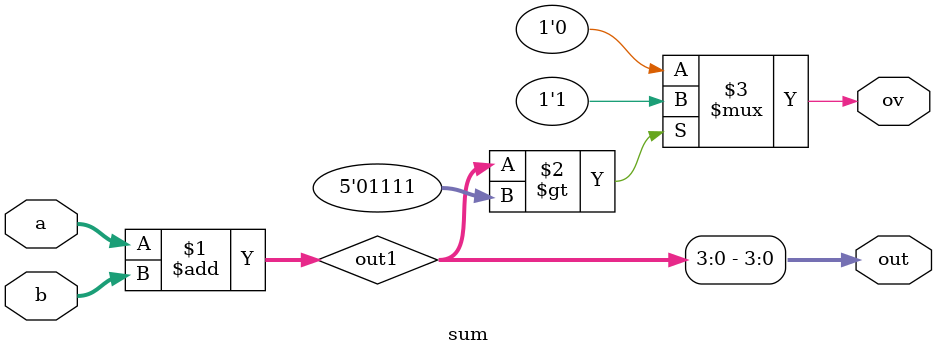
<source format=v>
module sum (input [3:0]a,b,
				output [3:0] out,
				output ov
				);
				
				wire [4:0] out1 = a + b;
				
				assign ov = (out1 > 5'd15) ? 1'b1 : 1'b0;
				
				assign out = out1;
endmodule


</source>
